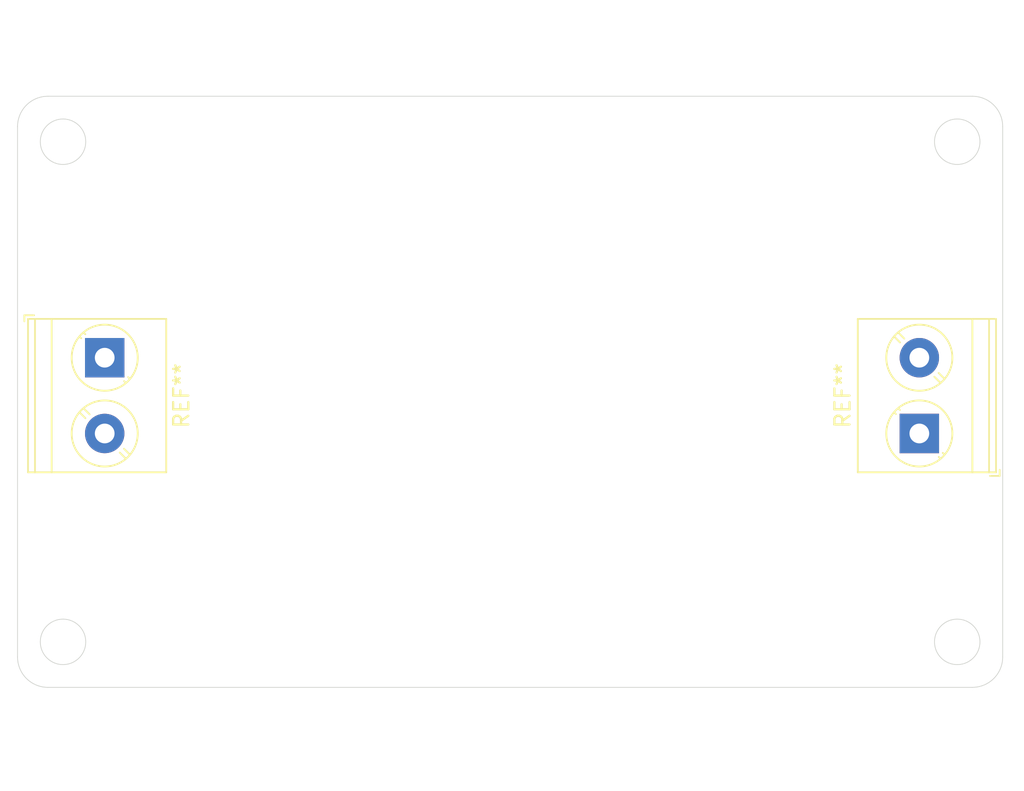
<source format=kicad_pcb>
(kicad_pcb (version 20240108) (generator "pcbnew") (generator_version "8.0")
  (layers (0 "F.Cu" signal) (31 "B.Cu" signal) (34 "B.Paste" user) (35 "F.Paste" user) (36 "B.SilkS" user "B.Silkscreen") (37 "F.SilkS" user "F.Silkscreen") (38 "B.Mask" user) (39 "F.Mask" user) (44 "Edge.Cuts" user))
  (net 0 "")
  (footprint "TerminalBlock_Phoenix:TerminalBlock_Phoenix_PT-1,5-2-5.0-H_1x02_P5.00mm_Horizontal" (layer "F.Cu") (at 5.75 17.25 -90)
    (property "Reference" "REF**" (at 2.5 -5.06 90) (layer "F.SilkS"))
    (property "Value" "TerminalBlock_Phoenix_PT-1,5-2-5.0-H_1x02_P5.00mm_Horizontal")
    (fp_line (start -2.8 5.3) (end -2.4 5.3) (stroke (width 0.12)) (layer "F.SilkS"))
    (fp_line (start -2.56 5.06) (end 7.56 5.06) (stroke (width 0.12)) (layer "F.SilkS"))
    (fp_line (start -2.8 4.66) (end -2.8 5.3) (stroke (width 0.12)) (layer "F.SilkS"))
    (fp_line (start -2.56 4.6) (end 7.56 4.6) (stroke (width 0.12)) (layer "F.SilkS"))
    (fp_line (start -2.56 3.5) (end 7.56 3.5) (stroke (width 0.12)) (layer "F.SilkS"))
    (fp_line (start -1.282 1.547) (end -1.388 1.654) (stroke (width 0.12)) (layer "F.SilkS"))
    (fp_line (start -1.548 1.281) (end -1.654 1.388) (stroke (width 0.12)) (layer "F.SilkS"))
    (fp_line (start 3.993 1.274) (end 3.613 1.654) (stroke (width 0.12)) (layer "F.SilkS"))
    (fp_line (start 3.742 0.992) (end 3.347 1.388) (stroke (width 0.12)) (layer "F.SilkS"))
    (fp_line (start 1.654 -1.388) (end 1.547 -1.281) (stroke (width 0.12)) (layer "F.SilkS"))
    (fp_line (start 6.654 -1.388) (end 6.259 -0.992) (stroke (width 0.12)) (layer "F.SilkS"))
    (fp_line (start 1.388 -1.654) (end 1.281 -1.547) (stroke (width 0.12)) (layer "F.SilkS"))
    (fp_line (start 6.388 -1.654) (end 6.008 -1.274) (stroke (width 0.12)) (layer "F.SilkS"))
    (fp_line (start -2.56 -4.06) (end -2.56 5.06) (stroke (width 0.12)) (layer "F.SilkS"))
    (fp_line (start -2.56 -4.06) (end 7.56 -4.06) (stroke (width 0.12)) (layer "F.SilkS"))
    (fp_line (start 7.56 -4.06) (end 7.56 5.06) (stroke (width 0.12)) (layer "F.SilkS"))
    (fp_circle (center 0 0) (end 2.18 0) (stroke (width 0.12)) (fill none) (layer "F.SilkS"))
    (fp_circle (center 5 0) (end 7.18 0) (stroke (width 0.12)) (fill none) (layer "F.SilkS"))
    (pad "1" thru_hole rect (at 0 0 270) (size 2.6 2.6) (drill 1.3) (layers "*.Cu" "*.Mask"))
    (pad "2" thru_hole circle (at 5 0 270) (size 2.6 2.6) (drill 1.3) (layers "*.Cu" "*.Mask"))
  )
  (footprint "TerminalBlock_Phoenix:TerminalBlock_Phoenix_PT-1,5-2-5.0-H_1x02_P5.00mm_Horizontal" (layer "F.Cu") (at 59.5 22.25 90)
    (property "Reference" "REF**" (at 2.5 -5.06 90) (layer "F.SilkS"))
    (property "Value" "TerminalBlock_Phoenix_PT-1,5-2-5.0-H_1x02_P5.00mm_Horizontal")
    (fp_line (start 7.56 -4.06) (end 7.56 5.06) (stroke (width 0.12)) (layer "F.SilkS"))
    (fp_line (start -2.56 -4.06) (end 7.56 -4.06) (stroke (width 0.12)) (layer "F.SilkS"))
    (fp_line (start -2.56 -4.06) (end -2.56 5.06) (stroke (width 0.12)) (layer "F.SilkS"))
    (fp_line (start 6.388 -1.654) (end 6.008 -1.274) (stroke (width 0.12)) (layer "F.SilkS"))
    (fp_line (start 1.388 -1.654) (end 1.281 -1.547) (stroke (width 0.12)) (layer "F.SilkS"))
    (fp_line (start 6.654 -1.388) (end 6.259 -0.992) (stroke (width 0.12)) (layer "F.SilkS"))
    (fp_line (start 1.654 -1.388) (end 1.547 -1.281) (stroke (width 0.12)) (layer "F.SilkS"))
    (fp_line (start 3.742 0.992) (end 3.347 1.388) (stroke (width 0.12)) (layer "F.SilkS"))
    (fp_line (start 3.993 1.274) (end 3.613 1.654) (stroke (width 0.12)) (layer "F.SilkS"))
    (fp_line (start -1.548 1.281) (end -1.654 1.388) (stroke (width 0.12)) (layer "F.SilkS"))
    (fp_line (start -1.282 1.547) (end -1.388 1.654) (stroke (width 0.12)) (layer "F.SilkS"))
    (fp_line (start -2.56 3.5) (end 7.56 3.5) (stroke (width 0.12)) (layer "F.SilkS"))
    (fp_line (start -2.56 4.6) (end 7.56 4.6) (stroke (width 0.12)) (layer "F.SilkS"))
    (fp_line (start -2.8 4.66) (end -2.8 5.3) (stroke (width 0.12)) (layer "F.SilkS"))
    (fp_line (start -2.56 5.06) (end 7.56 5.06) (stroke (width 0.12)) (layer "F.SilkS"))
    (fp_line (start -2.8 5.3) (end -2.4 5.3) (stroke (width 0.12)) (layer "F.SilkS"))
    (fp_circle (center 5 0) (end 7.18 0) (stroke (width 0.12)) (fill none) (layer "F.SilkS"))
    (fp_circle (center 0 0) (end 2.18 0) (stroke (width 0.12)) (fill none) (layer "F.SilkS"))
    (pad "1" thru_hole rect (at 0 0 90) (size 2.6 2.6) (drill 1.3) (layers "*.Cu" "*.Mask"))
    (pad "2" thru_hole circle (at 5 0 90) (size 2.6 2.6) (drill 1.3) (layers "*.Cu" "*.Mask"))
  )
  (gr_circle (center 3 3) (end 4.5 3) (stroke (width 0.05)) (fill none) (layer "Edge.Cuts"))
  (gr_circle (center 3 36) (end 4.5 36) (stroke (width 0.05)) (fill none) (layer "Edge.Cuts"))
  (gr_arc (start 2 39) (mid 0.585786 38.414214) (end 0 37) (stroke (width 0.05)) (layer "Edge.Cuts"))
  (gr_line (start 63 39) (end 2 39) (stroke (width 0.05)) (layer "Edge.Cuts"))
  (gr_line (start 0 37) (end 0 2) (stroke (width 0.05)) (layer "Edge.Cuts"))
  (gr_circle (center 62 3) (end 63.5 3) (stroke (width 0.05)) (fill none) (layer "Edge.Cuts"))
  (gr_line (start 2 0) (end 63 0) (stroke (width 0.05)) (layer "Edge.Cuts"))
  (gr_line (start 65 2) (end 65 37) (stroke (width 0.05)) (layer "Edge.Cuts"))
  (gr_arc (start 0 2) (mid 0.585786 0.585786) (end 2 0) (stroke (width 0.05)) (layer "Edge.Cuts"))
  (gr_arc (start 65 37) (mid 64.414214 38.414214) (end 63 39) (stroke (width 0.05)) (layer "Edge.Cuts"))
  (gr_arc (start 63 0) (mid 64.414214 0.585786) (end 65 2) (stroke (width 0.05)) (layer "Edge.Cuts"))
  (gr_circle (center 62 36) (end 63.5 36) (stroke (width 0.05)) (fill none) (layer "Edge.Cuts"))
)
</source>
